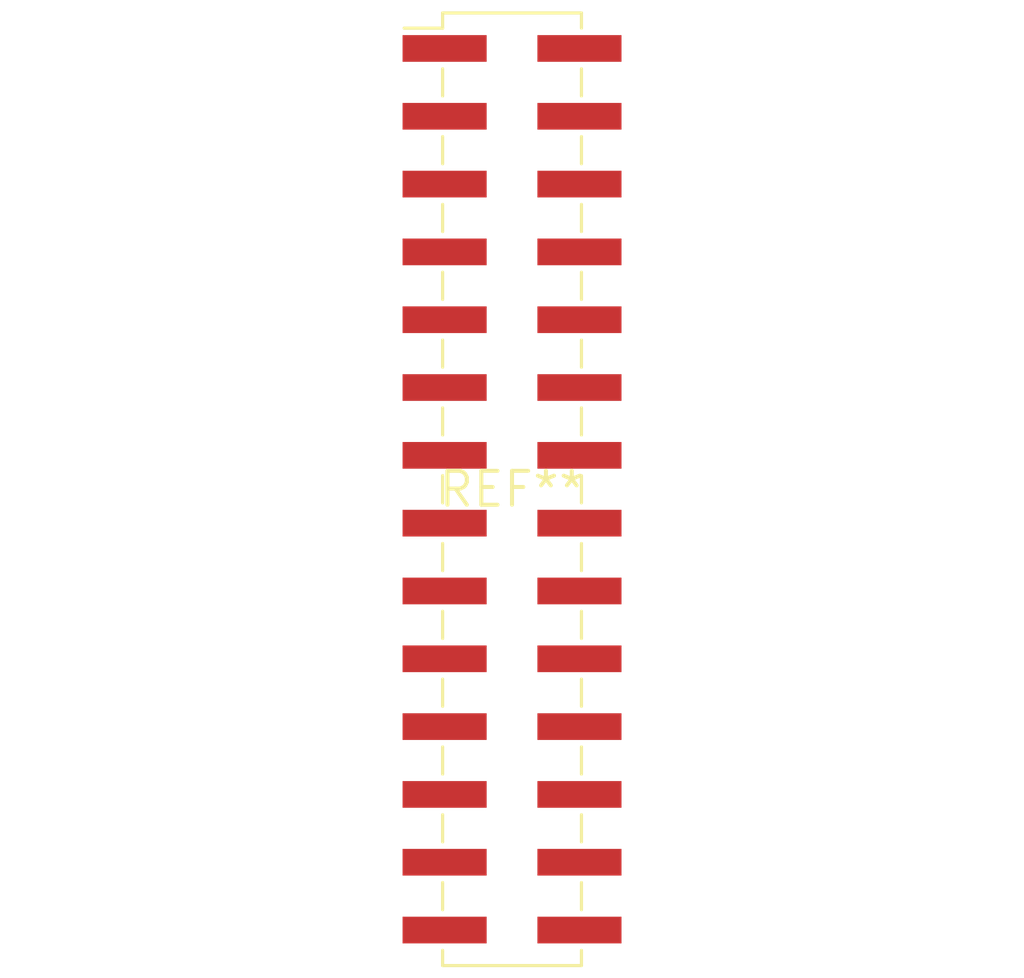
<source format=kicad_pcb>
(kicad_pcb (version 20240108) (generator pcbnew)
  (layers (0 "F.Cu" signal) (31 "B.Cu" signal) (34 "B.Paste" user) (35 "F.Paste" user) (36 "B.SilkS" user "B.Silkscreen") (37 "F.SilkS" user "F.Silkscreen") (38 "B.Mask" user) (39 "F.Mask" user) (44 "Edge.Cuts" user))
  (net 0 "")
  (footprint "PinHeader_2x14_P2.54mm_Vertical_SMD" (layer "F.Cu") (at 0 0)
    (property "Reference" "REF**")
    (property "Value" "PinHeader_2x14_P2.54mm_Vertical_SMD")
    (fp_line (start -4.04 -17.27) (end -2.6 -17.27) (layer "F.SilkS") (stroke (width 0.12)))
    (fp_line (start -2.6 -17.84) (end -2.6 -17.27) (layer "F.SilkS") (stroke (width 0.12)))
    (fp_line (start -2.6 -17.84) (end 2.6 -17.84) (layer "F.SilkS") (stroke (width 0.12)))
    (fp_line (start -2.6 -15.75) (end -2.6 -14.73) (layer "F.SilkS") (stroke (width 0.12)))
    (fp_line (start -2.6 -13.21) (end -2.6 -12.19) (layer "F.SilkS") (stroke (width 0.12)))
    (fp_line (start -2.6 -10.67) (end -2.6 -9.65) (layer "F.SilkS") (stroke (width 0.12)))
    (fp_line (start -2.6 -8.13) (end -2.6 -7.11) (layer "F.SilkS") (stroke (width 0.12)))
    (fp_line (start -2.6 -5.59) (end -2.6 -4.57) (layer "F.SilkS") (stroke (width 0.12)))
    (fp_line (start -2.6 -3.05) (end -2.6 -2.03) (layer "F.SilkS") (stroke (width 0.12)))
    (fp_line (start -2.6 -0.51) (end -2.6 0.51) (layer "F.SilkS") (stroke (width 0.12)))
    (fp_line (start -2.6 2.03) (end -2.6 3.05) (layer "F.SilkS") (stroke (width 0.12)))
    (fp_line (start -2.6 4.57) (end -2.6 5.59) (layer "F.SilkS") (stroke (width 0.12)))
    (fp_line (start -2.6 7.11) (end -2.6 8.13) (layer "F.SilkS") (stroke (width 0.12)))
    (fp_line (start -2.6 9.65) (end -2.6 10.67) (layer "F.SilkS") (stroke (width 0.12)))
    (fp_line (start -2.6 12.19) (end -2.6 13.21) (layer "F.SilkS") (stroke (width 0.12)))
    (fp_line (start -2.6 14.73) (end -2.6 15.75) (layer "F.SilkS") (stroke (width 0.12)))
    (fp_line (start -2.6 17.27) (end -2.6 17.84) (layer "F.SilkS") (stroke (width 0.12)))
    (fp_line (start -2.6 17.84) (end 2.6 17.84) (layer "F.SilkS") (stroke (width 0.12)))
    (fp_line (start 2.6 -17.84) (end 2.6 -17.27) (layer "F.SilkS") (stroke (width 0.12)))
    (fp_line (start 2.6 -15.75) (end 2.6 -14.73) (layer "F.SilkS") (stroke (width 0.12)))
    (fp_line (start 2.6 -13.21) (end 2.6 -12.19) (layer "F.SilkS") (stroke (width 0.12)))
    (fp_line (start 2.6 -10.67) (end 2.6 -9.65) (layer "F.SilkS") (stroke (width 0.12)))
    (fp_line (start 2.6 -8.13) (end 2.6 -7.11) (layer "F.SilkS") (stroke (width 0.12)))
    (fp_line (start 2.6 -5.59) (end 2.6 -4.57) (layer "F.SilkS") (stroke (width 0.12)))
    (fp_line (start 2.6 -3.05) (end 2.6 -2.03) (layer "F.SilkS") (stroke (width 0.12)))
    (fp_line (start 2.6 -0.51) (end 2.6 0.51) (layer "F.SilkS") (stroke (width 0.12)))
    (fp_line (start 2.6 2.03) (end 2.6 3.05) (layer "F.SilkS") (stroke (width 0.12)))
    (fp_line (start 2.6 4.57) (end 2.6 5.59) (layer "F.SilkS") (stroke (width 0.12)))
    (fp_line (start 2.6 7.11) (end 2.6 8.13) (layer "F.SilkS") (stroke (width 0.12)))
    (fp_line (start 2.6 9.65) (end 2.6 10.67) (layer "F.SilkS") (stroke (width 0.12)))
    (fp_line (start 2.6 12.19) (end 2.6 13.21) (layer "F.SilkS") (stroke (width 0.12)))
    (fp_line (start 2.6 14.73) (end 2.6 15.75) (layer "F.SilkS") (stroke (width 0.12)))
    (fp_line (start 2.6 17.27) (end 2.6 17.84) (layer "F.SilkS") (stroke (width 0.12)))
    (pad "1" smd rect (at -2.525 -16.51) (size 3.15 1) (layers "F.Cu" "F.Paste" "F.Mask"))
    (pad "2" smd rect (at 2.525 -16.51) (size 3.15 1) (layers "F.Cu" "F.Paste" "F.Mask"))
    (pad "3" smd rect (at -2.525 -13.97) (size 3.15 1) (layers "F.Cu" "F.Paste" "F.Mask"))
    (pad "4" smd rect (at 2.525 -13.97) (size 3.15 1) (layers "F.Cu" "F.Paste" "F.Mask"))
    (pad "5" smd rect (at -2.525 -11.43) (size 3.15 1) (layers "F.Cu" "F.Paste" "F.Mask"))
    (pad "6" smd rect (at 2.525 -11.43) (size 3.15 1) (layers "F.Cu" "F.Paste" "F.Mask"))
    (pad "7" smd rect (at -2.525 -8.89) (size 3.15 1) (layers "F.Cu" "F.Paste" "F.Mask"))
    (pad "8" smd rect (at 2.525 -8.89) (size 3.15 1) (layers "F.Cu" "F.Paste" "F.Mask"))
    (pad "9" smd rect (at -2.525 -6.35) (size 3.15 1) (layers "F.Cu" "F.Paste" "F.Mask"))
    (pad "10" smd rect (at 2.525 -6.35) (size 3.15 1) (layers "F.Cu" "F.Paste" "F.Mask"))
    (pad "11" smd rect (at -2.525 -3.81) (size 3.15 1) (layers "F.Cu" "F.Paste" "F.Mask"))
    (pad "12" smd rect (at 2.525 -3.81) (size 3.15 1) (layers "F.Cu" "F.Paste" "F.Mask"))
    (pad "13" smd rect (at -2.525 -1.27) (size 3.15 1) (layers "F.Cu" "F.Paste" "F.Mask"))
    (pad "14" smd rect (at 2.525 -1.27) (size 3.15 1) (layers "F.Cu" "F.Paste" "F.Mask"))
    (pad "15" smd rect (at -2.525 1.27) (size 3.15 1) (layers "F.Cu" "F.Paste" "F.Mask"))
    (pad "16" smd rect (at 2.525 1.27) (size 3.15 1) (layers "F.Cu" "F.Paste" "F.Mask"))
    (pad "17" smd rect (at -2.525 3.81) (size 3.15 1) (layers "F.Cu" "F.Paste" "F.Mask"))
    (pad "18" smd rect (at 2.525 3.81) (size 3.15 1) (layers "F.Cu" "F.Paste" "F.Mask"))
    (pad "19" smd rect (at -2.525 6.35) (size 3.15 1) (layers "F.Cu" "F.Paste" "F.Mask"))
    (pad "20" smd rect (at 2.525 6.35) (size 3.15 1) (layers "F.Cu" "F.Paste" "F.Mask"))
    (pad "21" smd rect (at -2.525 8.89) (size 3.15 1) (layers "F.Cu" "F.Paste" "F.Mask"))
    (pad "22" smd rect (at 2.525 8.89) (size 3.15 1) (layers "F.Cu" "F.Paste" "F.Mask"))
    (pad "23" smd rect (at -2.525 11.43) (size 3.15 1) (layers "F.Cu" "F.Paste" "F.Mask"))
    (pad "24" smd rect (at 2.525 11.43) (size 3.15 1) (layers "F.Cu" "F.Paste" "F.Mask"))
    (pad "25" smd rect (at -2.525 13.97) (size 3.15 1) (layers "F.Cu" "F.Paste" "F.Mask"))
    (pad "26" smd rect (at 2.525 13.97) (size 3.15 1) (layers "F.Cu" "F.Paste" "F.Mask"))
    (pad "27" smd rect (at -2.525 16.51) (size 3.15 1) (layers "F.Cu" "F.Paste" "F.Mask"))
    (pad "28" smd rect (at 2.525 16.51) (size 3.15 1) (layers "F.Cu" "F.Paste" "F.Mask"))
  )
)
</source>
